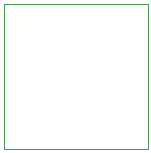
<source format=gbr>
G04*
G04 #@! TF.GenerationSoftware,Altium Limited,Altium Designer,25.0.2 (28)*
G04*
G04 Layer_Color=0*
%FSLAX25Y25*%
%MOIN*%
G70*
G04*
G04 #@! TF.SameCoordinates,04528678-07C5-4B7D-9F9D-9FCF3C40A8B5*
G04*
G04*
G04 #@! TF.FilePolarity,Positive*
G04*
G01*
G75*
%ADD25C,0.00100*%
D25*
X0Y0D02*
X48000D01*
Y48500D01*
X0D01*
Y0D01*
M02*

</source>
